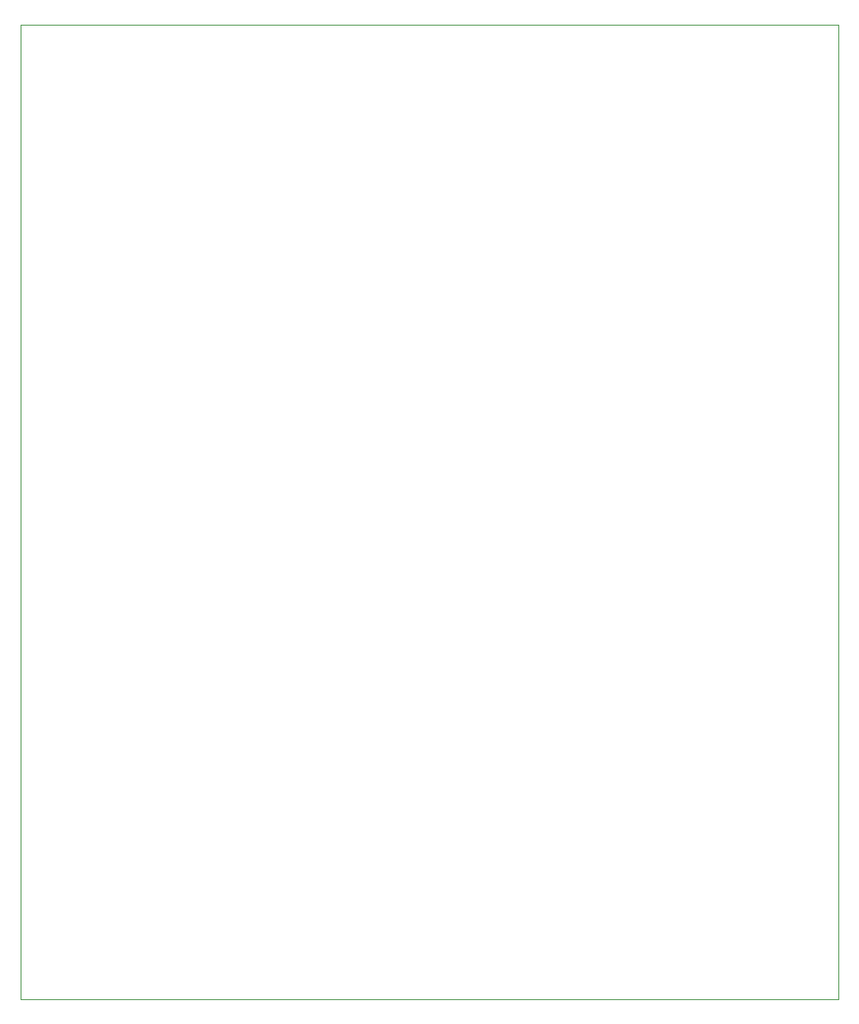
<source format=gbr>
%TF.GenerationSoftware,KiCad,Pcbnew,7.0.2*%
%TF.CreationDate,2023-06-19T11:50:49-04:00*%
%TF.ProjectId,SSI2130_Oscillator,53534932-3133-4305-9f4f-7363696c6c61,rev?*%
%TF.SameCoordinates,Original*%
%TF.FileFunction,Profile,NP*%
%FSLAX46Y46*%
G04 Gerber Fmt 4.6, Leading zero omitted, Abs format (unit mm)*
G04 Created by KiCad (PCBNEW 7.0.2) date 2023-06-19 11:50:49*
%MOMM*%
%LPD*%
G01*
G04 APERTURE LIST*
%TA.AperFunction,Profile*%
%ADD10C,0.050000*%
%TD*%
G04 APERTURE END LIST*
D10*
X114000000Y-25000000D02*
X114000000Y-125000000D01*
X30000000Y-25000000D02*
X114000000Y-25000000D01*
X30000000Y-125000000D02*
X114000000Y-125000000D01*
X30000000Y-25000000D02*
X30000000Y-125000000D01*
M02*

</source>
